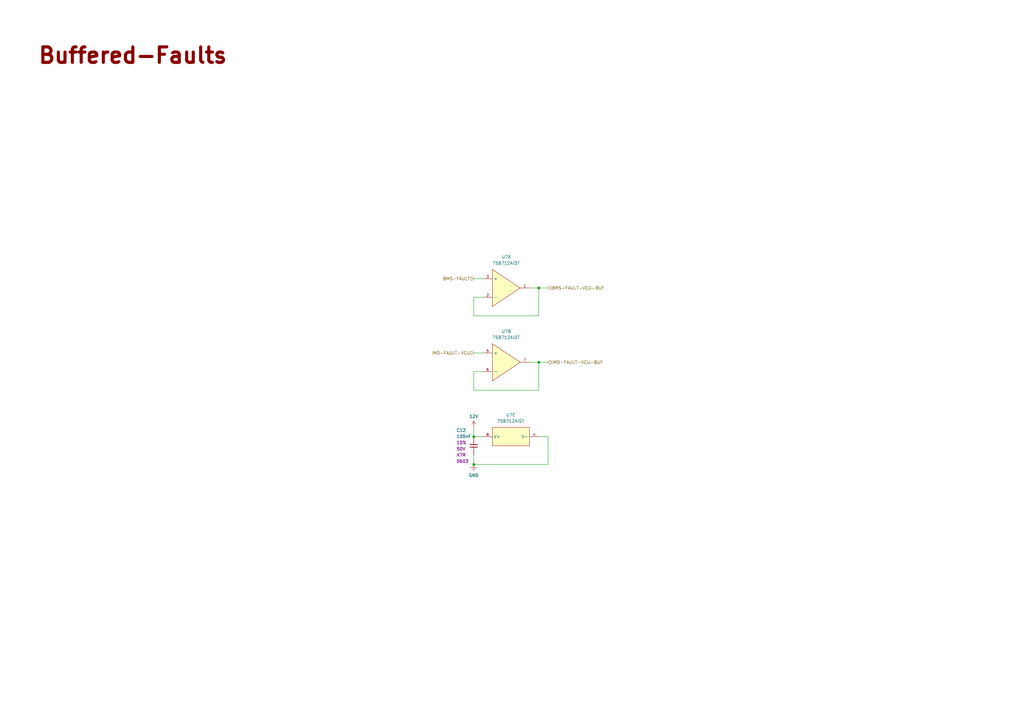
<source format=kicad_sch>
(kicad_sch (version 20250114) (generator "eeschema") (generator_version "9.0")
  (paper "A3")
  (lib_symbols
    (symbol "-C-Ceramic-0603:C-0603-100nF-10%-50V-X7R" (pin_numbers (hide yes)) (pin_names (hide yes))
      (property "Reference" "C" (at 0 -7.62 0))
      (property "Value" "100nF" (at 0 -11.43 0))
      (property "Tolerance" "10%" (at 0 -26.67 0))
      (property "Voltage" "50V" (at 0 -30.48 0))
      (property "Dielectric" "X7R" (at 0 -34.29 0))
      (property "Case/Package" "0603" (at 0 -38.1 0))
      (symbol "C-0603-100nF-10%-50V-X7R_0_1"
        (polyline (pts (xy 3.302 -1.524) (xy 3.302 1.524)) (stroke (width 0.3048)))
        (polyline (pts (xy 4.318 -1.524) (xy 4.318 1.524)) (stroke (width 0.3302)))
      )
      (symbol "C-0603-100nF-10%-50V-X7R_1_1"
        (pin passive line (at 0 0 0) (length 3.175) (name "1") (number "1"))
        (pin passive line (at 7.62 0 180) (length 3.175) (name "2") (number "2"))
      )
    )
    (symbol "-Operational-Amplifiers:TSB712AIDT"
      (property "Reference" "U" (at 0 -3.81 0))
      (property "Value" "TSB712AIDT" (at 0 -7.62 0))
      (symbol "TSB712AIDT_1_1"
        (polyline (pts (xy 0 15.24) (xy 0 0) (xy 11.43 7.62) (xy 0 15.24)) (fill (type background)))
        (pin passive line (at -3.81 11.43 0) (length 3.81) (name "+") (number "3"))
        (pin passive line (at -3.81 3.81 0) (length 3.81) (name "-") (number "2"))
        (pin passive line (at 15.24 7.62 180) (length 3.81) (name "") (number "1"))
      )
      (symbol "TSB712AIDT_2_1"
        (polyline (pts (xy 0 15.24) (xy 0 0) (xy 11.43 7.62) (xy 0 15.24)) (fill (type background)))
        (pin passive line (at -3.81 11.43 0) (length 3.81) (name "+") (number "5"))
        (pin passive line (at -3.81 3.81 0) (length 3.81) (name "-") (number "6"))
        (pin passive line (at 15.24 7.62 180) (length 3.81) (name "") (number "7"))
      )
      (symbol "TSB712AIDT_3_1"
        (rectangle (start 0 7.62) (end 15.24 0) (fill (type background)))
        (pin passive line (at -3.81 3.81 0) (length 3.81) (name "V+") (number "8"))
        (pin passive line (at 19.05 3.81 180) (length 3.81) (name "V-") (number "4"))
      )
    )
    (symbol "power:Earth" (power) (pin_numbers (hide yes)) (pin_names (offset 0) (hide yes))
      (property "Value" "Earth" (at 0 -3.81 0))
      (symbol "Earth_0_1"
        (polyline (pts (xy -0.635 -1.905) (xy 0.635 -1.905)))
        (polyline (pts (xy -0.127 -2.54) (xy 0.127 -2.54)))
        (polyline (pts (xy 0 -1.27) (xy 0 0)))
        (polyline (pts (xy 1.27 -1.27) (xy -1.27 -1.27)))
      )
      (symbol "Earth_1_1"
        (pin power_in line (at 0 0 270) (length 0) (name "~") (number "1"))
      )
    )
    (symbol "power:VCC" (power) (pin_numbers (hide yes)) (pin_names (offset 0) (hide yes))
      (property "Value" "VCC" (at 0 3.556 0))
      (symbol "VCC_0_1"
        (polyline (pts (xy -0.762 1.27) (xy 0 2.54)))
        (polyline (pts (xy 0 2.54) (xy 0.762 1.27)))
        (polyline (pts (xy 0 0) (xy 0 2.54)))
      )
      (symbol "VCC_1_1"
        (pin power_in line (at 0 0 90) (length 0) (name "~") (number "1"))
      )
    )
  )
  (text "Buffered-Faults" (at 15.24 26.67 0) (effects (font (size 6.35 6.35) (thickness 1.27) (bold yes)) (justify left bottom)))
  (junction (at 194.31 190.5))
  (junction (at 194.31 179.07))
  (junction (at 220.98 148.59))
  (junction (at 220.98 118.11))
  (wire (pts (xy 194.31 179.07) (xy 198.12 179.07)))
  (wire (pts (xy 194.31 175.26) (xy 194.31 179.07)))
  (wire (pts (xy 198.12 152.4) (xy 194.31 152.4)))
  (wire (pts (xy 220.98 118.11) (xy 224.79 118.11)))
  (wire (pts (xy 217.17 118.11) (xy 220.98 118.11)))
  (wire (pts (xy 194.31 160.02) (xy 220.98 160.02)))
  (wire (pts (xy 220.98 148.59) (xy 217.17 148.59)))
  (wire (pts (xy 194.31 129.54) (xy 220.98 129.54)))
  (wire (pts (xy 194.31 190.5) (xy 224.79 190.5)))
  (wire (pts (xy 220.98 129.54) (xy 220.98 118.11)))
  (wire (pts (xy 194.31 114.3) (xy 198.12 114.3)))
  (wire (pts (xy 220.98 160.02) (xy 220.98 148.59)))
  (wire (pts (xy 194.31 186.69) (xy 194.31 190.5)))
  (wire (pts (xy 220.98 148.59) (xy 224.79 148.59)))
  (wire (pts (xy 224.79 179.07) (xy 220.98 179.07)))
  (wire (pts (xy 224.79 190.5) (xy 224.79 179.07)))
  (wire (pts (xy 198.12 121.92) (xy 194.31 121.92)))
  (wire (pts (xy 194.31 121.92) (xy 194.31 129.54)))
  (wire (pts (xy 194.31 152.4) (xy 194.31 160.02)))
  (wire (pts (xy 194.31 144.78) (xy 198.12 144.78)))
  (hierarchical_label "IMD-FAULT-VCU-BUF" (shape input) (at 224.79 148.59 0))
  (hierarchical_label "BMS-FAULT-VCU-BUF" (shape input) (at 224.79 118.11 0))
  (hierarchical_label "IMD-FAULT-VCU" (shape input) (at 194.31 144.78 180))
  (hierarchical_label "BMS-FAULT" (shape input) (at 194.31 114.3 180))
  (symbol (lib_id "power:VCC") (at 194.31 175.26 0) (mirror y) (unit 1)
    (property "Reference" "#PWR0101" (effects (hide yes)))
    (property "Value" "12V" (at 194.31 170.815 0))
    (property "Description" "Power symbol creates a global label with name \"VCC\"" (effects (hide yes)))
  )
  (symbol (lib_id "-Operational-Amplifiers:TSB712AIDT") (at 201.93 182.88 0) (unit 3)
    (property "Reference" "U7" (at 209.55 170.18 0))
    (property "Value" "TSB712AIDT" (at 209.55 172.72 0))
    (property "Footprint" "Package_SO:SOIC-8_5.3x5.3mm_P1.27mm" (effects (hide yes)))
    (property "Datasheet" "https://www.st.com/resource/en/datasheet/tsb712a.pdf" (effects (hide yes)))
    (property "Description" "Standard (General Purpose) Amplifier 2 Circuit Rail-to-Rail 8-SOIC" (effects (hide yes)))
    (property "Link" "https://www.digikey.com/en/products/detail/stmicroelectronics/TSB712AIDT/9770476?s=N4IgTCBcDaICoGUBCB2AjGAggSQCJxAF0BfIA" (effects (hide yes)))
    (property "Manufacturer" "STMicroelectronics" (effects (hide yes)))
    (property "Manufacturer P/N" "TSB712AIDT" (effects (hide yes)))
    (property "Digikey P/N" "497-19067-1-ND" (effects (hide yes)))
    (property "Mouser P/N" "511-TSB712AIDT" (effects (hide yes)))
    (property "LCSC P/N" "C2058811" (effects (hide yes)))
  )
  (symbol (lib_id "-C-Ceramic-0603:C-0603-100nF-10%-50V-X7R") (at 194.31 186.69 90) (unit 1)
    (property "Reference" "C12" (at 187.1973 176.4747 90) (effects (justify right)))
    (property "Value" "100nF" (at 187.1973 179.0147 90) (effects (justify right)))
    (property "Footprint" "Capacitor_SMD:C_0603_1608Metric_Pad1.08x0.95mm_HandSolder" (effects (hide yes)))
    (property "Datasheet" "https://jlcpcb.com/api/file/downloadByFileSystemAccessId/8579707083955945472" (effects (hide yes)))
    (property "Description" "100nF 50V X7R 0603 JLCPCB Basic Capacitor" (effects (hide yes)))
    (property "Tolerance" "10%" (at 187.1973 181.5547 90) (effects (justify right)))
    (property "Voltage" "50V" (at 187.1973 184.0947 90) (effects (justify right)))
    (property "Dielectric" "X7R" (at 187.1973 186.6347 90) (effects (justify right)))
    (property "Case/Package" "0603" (at 187.1973 189.1747 90) (effects (justify right)))
    (property "Link" "https://jlcpcb.com/partdetail/YAGEO-CC0603KRX7R9BB104/C14663" (effects (hide yes)))
    (property "Manufacturer" "YAGEO" (effects (hide yes)))
    (property "Manufacturer P/N" "CC0603KRX7R9BB104" (effects (hide yes)))
    (property "Digikey P/N" "311-1344-1-ND" (effects (hide yes)))
    (property "Mouser P/N" "603-CC603KRX7R9BB104" (effects (hide yes)))
    (property "LCSC P/N" "C14663" (effects (hide yes)))
  )
  (symbol (lib_id "-Operational-Amplifiers:TSB712AIDT") (at 201.93 125.73 0) (unit 1)
    (property "Reference" "U7" (at 207.645 105.41 0))
    (property "Value" "TSB712AIDT" (at 207.645 107.95 0))
    (property "Footprint" "Package_SO:SOIC-8_5.3x5.3mm_P1.27mm" (effects (hide yes)))
    (property "Datasheet" "https://www.st.com/resource/en/datasheet/tsb712a.pdf" (effects (hide yes)))
    (property "Description" "Standard (General Purpose) Amplifier 2 Circuit Rail-to-Rail 8-SOIC" (effects (hide yes)))
    (property "Link" "https://www.digikey.com/en/products/detail/stmicroelectronics/TSB712AIDT/9770476?s=N4IgTCBcDaICoGUBCB2AjGAggSQCJxAF0BfIA" (effects (hide yes)))
    (property "Manufacturer" "STMicroelectronics" (effects (hide yes)))
    (property "Manufacturer P/N" "TSB712AIDT" (effects (hide yes)))
    (property "Digikey P/N" "497-19067-1-ND" (effects (hide yes)))
    (property "Mouser P/N" "511-TSB712AIDT" (effects (hide yes)))
    (property "LCSC P/N" "C2058811" (effects (hide yes)))
  )
  (symbol (lib_id "power:Earth") (at 194.31 190.5 0) (unit 1)
    (property "Reference" "#PWR0102" (effects (hide yes)))
    (property "Value" "GND" (at 194.31 194.945 0))
    (property "Description" "Power symbol creates a global label with name \"Earth\"" (effects (hide yes)))
  )
  (symbol (lib_id "-Operational-Amplifiers:TSB712AIDT") (at 201.93 156.21 0) (unit 2)
    (property "Reference" "U7" (at 207.645 135.89 0))
    (property "Value" "TSB712AIDT" (at 207.645 138.43 0))
    (property "Footprint" "Package_SO:SOIC-8_5.3x5.3mm_P1.27mm" (effects (hide yes)))
    (property "Datasheet" "https://www.st.com/resource/en/datasheet/tsb712a.pdf" (effects (hide yes)))
    (property "Description" "Standard (General Purpose) Amplifier 2 Circuit Rail-to-Rail 8-SOIC" (effects (hide yes)))
    (property "Link" "https://www.digikey.com/en/products/detail/stmicroelectronics/TSB712AIDT/9770476?s=N4IgTCBcDaICoGUBCB2AjGAggSQCJxAF0BfIA" (effects (hide yes)))
    (property "Manufacturer" "STMicroelectronics" (effects (hide yes)))
    (property "Manufacturer P/N" "TSB712AIDT" (effects (hide yes)))
    (property "Digikey P/N" "497-19067-1-ND" (effects (hide yes)))
    (property "Mouser P/N" "511-TSB712AIDT" (effects (hide yes)))
    (property "LCSC P/N" "C2058811" (effects (hide yes)))
  )
)
</source>
